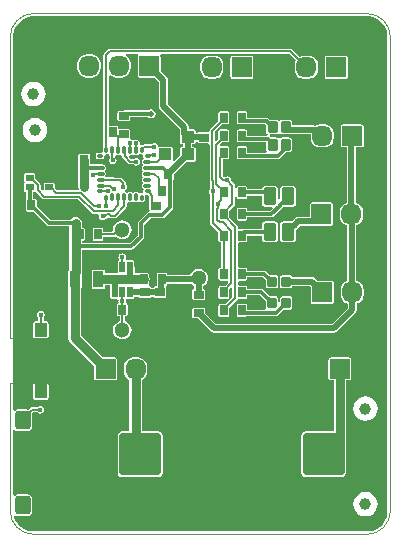
<source format=gtl>
G04*
G04 #@! TF.GenerationSoftware,Altium Limited,Altium Designer,21.6.4 (81)*
G04*
G04 Layer_Physical_Order=1*
G04 Layer_Color=255*
%FSLAX44Y44*%
%MOMM*%
G71*
G04*
G04 #@! TF.SameCoordinates,6DE2C221-B64E-46BB-9673-D02FF606FF1F*
G04*
G04*
G04 #@! TF.FilePolarity,Positive*
G04*
G01*
G75*
%ADD10C,0.1000*%
G04:AMPARAMS|DCode=11|XSize=0.5mm|YSize=0.9mm|CornerRadius=0.0625mm|HoleSize=0mm|Usage=FLASHONLY|Rotation=180.000|XOffset=0mm|YOffset=0mm|HoleType=Round|Shape=RoundedRectangle|*
%AMROUNDEDRECTD11*
21,1,0.5000,0.7750,0,0,180.0*
21,1,0.3750,0.9000,0,0,180.0*
1,1,0.1250,-0.1875,0.3875*
1,1,0.1250,0.1875,0.3875*
1,1,0.1250,0.1875,-0.3875*
1,1,0.1250,-0.1875,-0.3875*
%
%ADD11ROUNDEDRECTD11*%
G04:AMPARAMS|DCode=12|XSize=0.85mm|YSize=0.65mm|CornerRadius=0.0325mm|HoleSize=0mm|Usage=FLASHONLY|Rotation=180.000|XOffset=0mm|YOffset=0mm|HoleType=Round|Shape=RoundedRectangle|*
%AMROUNDEDRECTD12*
21,1,0.8500,0.5850,0,0,180.0*
21,1,0.7850,0.6500,0,0,180.0*
1,1,0.0650,-0.3925,0.2925*
1,1,0.0650,0.3925,0.2925*
1,1,0.0650,0.3925,-0.2925*
1,1,0.0650,-0.3925,-0.2925*
%
%ADD12ROUNDEDRECTD12*%
G04:AMPARAMS|DCode=13|XSize=0.8mm|YSize=0.75mm|CornerRadius=0.0375mm|HoleSize=0mm|Usage=FLASHONLY|Rotation=90.000|XOffset=0mm|YOffset=0mm|HoleType=Round|Shape=RoundedRectangle|*
%AMROUNDEDRECTD13*
21,1,0.8000,0.6750,0,0,90.0*
21,1,0.7250,0.7500,0,0,90.0*
1,1,0.0750,0.3375,0.3625*
1,1,0.0750,0.3375,-0.3625*
1,1,0.0750,-0.3375,-0.3625*
1,1,0.0750,-0.3375,0.3625*
%
%ADD13ROUNDEDRECTD13*%
G04:AMPARAMS|DCode=14|XSize=1mm|YSize=0.8mm|CornerRadius=0.08mm|HoleSize=0mm|Usage=FLASHONLY|Rotation=270.000|XOffset=0mm|YOffset=0mm|HoleType=Round|Shape=RoundedRectangle|*
%AMROUNDEDRECTD14*
21,1,1.0000,0.6400,0,0,270.0*
21,1,0.8400,0.8000,0,0,270.0*
1,1,0.1600,-0.3200,-0.4200*
1,1,0.1600,-0.3200,0.4200*
1,1,0.1600,0.3200,0.4200*
1,1,0.1600,0.3200,-0.4200*
%
%ADD14ROUNDEDRECTD14*%
G04:AMPARAMS|DCode=15|XSize=1.4mm|YSize=0.9mm|CornerRadius=0.0675mm|HoleSize=0mm|Usage=FLASHONLY|Rotation=90.000|XOffset=0mm|YOffset=0mm|HoleType=Round|Shape=RoundedRectangle|*
%AMROUNDEDRECTD15*
21,1,1.4000,0.7650,0,0,90.0*
21,1,1.2650,0.9000,0,0,90.0*
1,1,0.1350,0.3825,0.6325*
1,1,0.1350,0.3825,-0.6325*
1,1,0.1350,-0.3825,-0.6325*
1,1,0.1350,-0.3825,0.6325*
%
%ADD15ROUNDEDRECTD15*%
G04:AMPARAMS|DCode=16|XSize=1.4mm|YSize=1.6mm|CornerRadius=0.35mm|HoleSize=0mm|Usage=FLASHONLY|Rotation=0.000|XOffset=0mm|YOffset=0mm|HoleType=Round|Shape=RoundedRectangle|*
%AMROUNDEDRECTD16*
21,1,1.4000,0.9000,0,0,0.0*
21,1,0.7000,1.6000,0,0,0.0*
1,1,0.7000,0.3500,-0.4500*
1,1,0.7000,-0.3500,-0.4500*
1,1,0.7000,-0.3500,0.4500*
1,1,0.7000,0.3500,0.4500*
%
%ADD16ROUNDEDRECTD16*%
G04:AMPARAMS|DCode=17|XSize=0.3mm|YSize=0.5mm|CornerRadius=0.075mm|HoleSize=0mm|Usage=FLASHONLY|Rotation=270.000|XOffset=0mm|YOffset=0mm|HoleType=Round|Shape=RoundedRectangle|*
%AMROUNDEDRECTD17*
21,1,0.3000,0.3500,0,0,270.0*
21,1,0.1500,0.5000,0,0,270.0*
1,1,0.1500,-0.1750,-0.0750*
1,1,0.1500,-0.1750,0.0750*
1,1,0.1500,0.1750,0.0750*
1,1,0.1500,0.1750,-0.0750*
%
%ADD17ROUNDEDRECTD17*%
G04:AMPARAMS|DCode=18|XSize=0.3mm|YSize=0.6mm|CornerRadius=0.075mm|HoleSize=0mm|Usage=FLASHONLY|Rotation=270.000|XOffset=0mm|YOffset=0mm|HoleType=Round|Shape=RoundedRectangle|*
%AMROUNDEDRECTD18*
21,1,0.3000,0.4500,0,0,270.0*
21,1,0.1500,0.6000,0,0,270.0*
1,1,0.1500,-0.2250,-0.0750*
1,1,0.1500,-0.2250,0.0750*
1,1,0.1500,0.2250,0.0750*
1,1,0.1500,0.2250,-0.0750*
%
%ADD18ROUNDEDRECTD18*%
G04:AMPARAMS|DCode=19|XSize=0.3mm|YSize=0.5mm|CornerRadius=0.075mm|HoleSize=0mm|Usage=FLASHONLY|Rotation=180.000|XOffset=0mm|YOffset=0mm|HoleType=Round|Shape=RoundedRectangle|*
%AMROUNDEDRECTD19*
21,1,0.3000,0.3500,0,0,180.0*
21,1,0.1500,0.5000,0,0,180.0*
1,1,0.1500,-0.0750,0.1750*
1,1,0.1500,0.0750,0.1750*
1,1,0.1500,0.0750,-0.1750*
1,1,0.1500,-0.0750,-0.1750*
%
%ADD19ROUNDEDRECTD19*%
G04:AMPARAMS|DCode=20|XSize=0.3mm|YSize=0.6mm|CornerRadius=0.075mm|HoleSize=0mm|Usage=FLASHONLY|Rotation=180.000|XOffset=0mm|YOffset=0mm|HoleType=Round|Shape=RoundedRectangle|*
%AMROUNDEDRECTD20*
21,1,0.3000,0.4500,0,0,180.0*
21,1,0.1500,0.6000,0,0,180.0*
1,1,0.1500,-0.0750,0.2250*
1,1,0.1500,0.0750,0.2250*
1,1,0.1500,0.0750,-0.2250*
1,1,0.1500,-0.0750,-0.2250*
%
%ADD20ROUNDEDRECTD20*%
G04:AMPARAMS|DCode=21|XSize=0.9mm|YSize=0.8mm|CornerRadius=0.1mm|HoleSize=0mm|Usage=FLASHONLY|Rotation=270.000|XOffset=0mm|YOffset=0mm|HoleType=Round|Shape=RoundedRectangle|*
%AMROUNDEDRECTD21*
21,1,0.9000,0.6000,0,0,270.0*
21,1,0.7000,0.8000,0,0,270.0*
1,1,0.2000,-0.3000,-0.3500*
1,1,0.2000,-0.3000,0.3500*
1,1,0.2000,0.3000,0.3500*
1,1,0.2000,0.3000,-0.3500*
%
%ADD21ROUNDEDRECTD21*%
G04:AMPARAMS|DCode=22|XSize=1.5mm|YSize=1.1mm|CornerRadius=0.1375mm|HoleSize=0mm|Usage=FLASHONLY|Rotation=270.000|XOffset=0mm|YOffset=0mm|HoleType=Round|Shape=RoundedRectangle|*
%AMROUNDEDRECTD22*
21,1,1.5000,0.8250,0,0,270.0*
21,1,1.2250,1.1000,0,0,270.0*
1,1,0.2750,-0.4125,-0.6125*
1,1,0.2750,-0.4125,0.6125*
1,1,0.2750,0.4125,0.6125*
1,1,0.2750,0.4125,-0.6125*
%
%ADD22ROUNDEDRECTD22*%
G04:AMPARAMS|DCode=24|XSize=3.5mm|YSize=3.6mm|CornerRadius=0.175mm|HoleSize=0mm|Usage=FLASHONLY|Rotation=0.000|XOffset=0mm|YOffset=0mm|HoleType=Round|Shape=RoundedRectangle|*
%AMROUNDEDRECTD24*
21,1,3.5000,3.2500,0,0,0.0*
21,1,3.1500,3.6000,0,0,0.0*
1,1,0.3500,1.5750,-1.6250*
1,1,0.3500,-1.5750,-1.6250*
1,1,0.3500,-1.5750,1.6250*
1,1,0.3500,1.5750,1.6250*
%
%ADD24ROUNDEDRECTD24*%
G04:AMPARAMS|DCode=25|XSize=0.52mm|YSize=0.725mm|CornerRadius=0.065mm|HoleSize=0mm|Usage=FLASHONLY|Rotation=90.000|XOffset=0mm|YOffset=0mm|HoleType=Round|Shape=RoundedRectangle|*
%AMROUNDEDRECTD25*
21,1,0.5200,0.5950,0,0,90.0*
21,1,0.3900,0.7250,0,0,90.0*
1,1,0.1300,0.2975,0.1950*
1,1,0.1300,0.2975,-0.1950*
1,1,0.1300,-0.2975,-0.1950*
1,1,0.1300,-0.2975,0.1950*
%
%ADD25ROUNDEDRECTD25*%
G04:AMPARAMS|DCode=26|XSize=0.522mm|YSize=0.725mm|CornerRadius=0.0653mm|HoleSize=0mm|Usage=FLASHONLY|Rotation=90.000|XOffset=0mm|YOffset=0mm|HoleType=Round|Shape=RoundedRectangle|*
%AMROUNDEDRECTD26*
21,1,0.5220,0.5945,0,0,90.0*
21,1,0.3915,0.7250,0,0,90.0*
1,1,0.1305,0.2973,0.1958*
1,1,0.1305,0.2973,-0.1958*
1,1,0.1305,-0.2973,-0.1958*
1,1,0.1305,-0.2973,0.1958*
%
%ADD26ROUNDEDRECTD26*%
G04:AMPARAMS|DCode=27|XSize=1.1mm|YSize=1mm|CornerRadius=0.05mm|HoleSize=0mm|Usage=FLASHONLY|Rotation=180.000|XOffset=0mm|YOffset=0mm|HoleType=Round|Shape=RoundedRectangle|*
%AMROUNDEDRECTD27*
21,1,1.1000,0.9000,0,0,180.0*
21,1,1.0000,1.0000,0,0,180.0*
1,1,0.1000,-0.5000,0.4500*
1,1,0.1000,0.5000,0.4500*
1,1,0.1000,0.5000,-0.4500*
1,1,0.1000,-0.5000,-0.4500*
%
%ADD27ROUNDEDRECTD27*%
G04:AMPARAMS|DCode=28|XSize=1.2mm|YSize=1.05mm|CornerRadius=0.105mm|HoleSize=0mm|Usage=FLASHONLY|Rotation=90.000|XOffset=0mm|YOffset=0mm|HoleType=Round|Shape=RoundedRectangle|*
%AMROUNDEDRECTD28*
21,1,1.2000,0.8400,0,0,90.0*
21,1,0.9900,1.0500,0,0,90.0*
1,1,0.2100,0.4200,0.4950*
1,1,0.2100,0.4200,-0.4950*
1,1,0.2100,-0.4200,-0.4950*
1,1,0.2100,-0.4200,0.4950*
%
%ADD28ROUNDEDRECTD28*%
G04:AMPARAMS|DCode=29|XSize=0.85mm|YSize=0.65mm|CornerRadius=0.0325mm|HoleSize=0mm|Usage=FLASHONLY|Rotation=90.000|XOffset=0mm|YOffset=0mm|HoleType=Round|Shape=RoundedRectangle|*
%AMROUNDEDRECTD29*
21,1,0.8500,0.5850,0,0,90.0*
21,1,0.7850,0.6500,0,0,90.0*
1,1,0.0650,0.2925,0.3925*
1,1,0.0650,0.2925,-0.3925*
1,1,0.0650,-0.2925,-0.3925*
1,1,0.0650,-0.2925,0.3925*
%
%ADD29ROUNDEDRECTD29*%
G04:AMPARAMS|DCode=30|XSize=0.8mm|YSize=0.75mm|CornerRadius=0.0375mm|HoleSize=0mm|Usage=FLASHONLY|Rotation=180.000|XOffset=0mm|YOffset=0mm|HoleType=Round|Shape=RoundedRectangle|*
%AMROUNDEDRECTD30*
21,1,0.8000,0.6750,0,0,180.0*
21,1,0.7250,0.7500,0,0,180.0*
1,1,0.0750,-0.3625,0.3375*
1,1,0.0750,0.3625,0.3375*
1,1,0.0750,0.3625,-0.3375*
1,1,0.0750,-0.3625,-0.3375*
%
%ADD30ROUNDEDRECTD30*%
%ADD45C,10.2000*%
G04:AMPARAMS|DCode=54|XSize=1.7mm|YSize=1.7mm|CornerRadius=0.6375mm|HoleSize=0mm|Usage=FLASHONLY|Rotation=180.000|XOffset=0mm|YOffset=0mm|HoleType=Round|Shape=RoundedRectangle|*
%AMROUNDEDRECTD54*
21,1,1.7000,0.4250,0,0,180.0*
21,1,0.4250,1.7000,0,0,180.0*
1,1,1.2750,-0.2125,0.2125*
1,1,1.2750,0.2125,0.2125*
1,1,1.2750,0.2125,-0.2125*
1,1,1.2750,-0.2125,-0.2125*
%
%ADD54ROUNDEDRECTD54*%
%ADD56C,1.6250*%
%ADD57C,1.3000*%
%ADD58C,1.0000*%
%ADD59C,0.2000*%
%ADD60C,0.5000*%
%ADD61C,0.7500*%
%ADD62C,0.3000*%
%ADD63C,0.8000*%
G04:AMPARAMS|DCode=64|XSize=1.7mm|YSize=1.7mm|CornerRadius=0.085mm|HoleSize=0mm|Usage=FLASHONLY|Rotation=180.000|XOffset=0mm|YOffset=0mm|HoleType=Round|Shape=RoundedRectangle|*
%AMROUNDEDRECTD64*
21,1,1.7000,1.5300,0,0,180.0*
21,1,1.5300,1.7000,0,0,180.0*
1,1,0.1700,-0.7650,0.7650*
1,1,0.1700,0.7650,0.7650*
1,1,0.1700,0.7650,-0.7650*
1,1,0.1700,-0.7650,-0.7650*
%
%ADD64ROUNDEDRECTD64*%
%ADD65C,0.4000*%
%ADD66C,0.6000*%
%ADD67C,0.5000*%
G36*
X302000Y438451D02*
X303719Y438451D01*
X307090Y437780D01*
X310266Y436465D01*
X313125Y434555D01*
X315555Y432124D01*
X317465Y429266D01*
X318780Y426090D01*
X319451Y422719D01*
X319451Y421000D01*
X319451Y20000D01*
X319451Y18281D01*
X318780Y14910D01*
X317465Y11734D01*
X315555Y8875D01*
X313124Y6445D01*
X310266Y4535D01*
X307090Y3219D01*
X303719Y2549D01*
X302000D01*
X20000Y2549D01*
X18281D01*
X14910Y3219D01*
X11734Y4535D01*
X8875Y6445D01*
X6445Y8875D01*
X4535Y11734D01*
X3219Y14910D01*
X3103Y15498D01*
X4245Y16261D01*
X5161Y15649D01*
X7015Y15281D01*
X14015D01*
X15868Y15649D01*
X17439Y16699D01*
X18489Y18270D01*
X18858Y20124D01*
Y29124D01*
X18489Y30977D01*
X17439Y32548D01*
X15868Y33598D01*
X14015Y33967D01*
X7015D01*
X5161Y33598D01*
X3819Y32701D01*
X2549Y33102D01*
Y88146D01*
X3819Y88546D01*
X5161Y87649D01*
X7015Y87281D01*
X14015D01*
X15868Y87649D01*
X17439Y88699D01*
X18489Y90271D01*
X18858Y92124D01*
Y101124D01*
X18624Y102297D01*
X19657Y103330D01*
X23139D01*
X23172Y103281D01*
X24246Y102562D01*
X25515Y102310D01*
X26783Y102562D01*
X27858Y103281D01*
X28576Y104356D01*
X28828Y105624D01*
X28576Y106892D01*
X27858Y107967D01*
X26783Y108685D01*
X25515Y108938D01*
X24246Y108685D01*
X23172Y107967D01*
X23139Y107918D01*
X18707D01*
X17829Y107743D01*
X17085Y107246D01*
X15509Y105670D01*
X14015Y105967D01*
X7015D01*
X5161Y105598D01*
X3819Y104701D01*
X2549Y105102D01*
Y421000D01*
Y422719D01*
X3219Y426090D01*
X4535Y429266D01*
X6445Y432124D01*
X8875Y434555D01*
X11734Y436465D01*
X14910Y437780D01*
X18281Y438451D01*
X20000Y438451D01*
X302000Y438451D01*
D02*
G37*
%LPC*%
G36*
X68954Y406396D02*
X64704D01*
X62713Y406134D01*
X60859Y405366D01*
X59266Y404143D01*
X58044Y402551D01*
X57275Y400696D01*
X57013Y398705D01*
Y394455D01*
X57275Y392465D01*
X58044Y390610D01*
X59266Y389017D01*
X60859Y387795D01*
X62713Y387026D01*
X64704Y386764D01*
X68954D01*
X70944Y387026D01*
X72799Y387795D01*
X74392Y389017D01*
X75614Y390610D01*
X76383Y392465D01*
X76645Y394455D01*
Y398705D01*
X76383Y400696D01*
X75614Y402551D01*
X74392Y404143D01*
X72799Y405366D01*
X70944Y406134D01*
X68954Y406396D01*
D02*
G37*
G36*
X283761Y405371D02*
X268461D01*
X267641Y405208D01*
X266947Y404744D01*
X266483Y404050D01*
X266320Y403230D01*
Y387930D01*
X266483Y387111D01*
X266947Y386416D01*
X267641Y385952D01*
X268461Y385789D01*
X283761D01*
X284580Y385952D01*
X285275Y386416D01*
X285739Y387111D01*
X285902Y387930D01*
Y403230D01*
X285739Y404050D01*
X285275Y404744D01*
X284580Y405208D01*
X283761Y405371D01*
D02*
G37*
G36*
X203880D02*
X188580D01*
X187761Y405208D01*
X187066Y404744D01*
X186602Y404050D01*
X186439Y403230D01*
Y387930D01*
X186602Y387111D01*
X187066Y386416D01*
X187761Y385952D01*
X188580Y385789D01*
X203880D01*
X204700Y385952D01*
X205394Y386416D01*
X205858Y387111D01*
X206021Y387930D01*
Y403230D01*
X205858Y404050D01*
X205394Y404744D01*
X204700Y405208D01*
X203880Y405371D01*
D02*
G37*
G36*
X237291Y411294D02*
X84421D01*
X83543Y411119D01*
X82799Y410622D01*
X79709Y407532D01*
X79212Y406788D01*
X79037Y405910D01*
Y328647D01*
X78697Y328138D01*
X78542Y327358D01*
Y324300D01*
X78102Y323587D01*
X77388Y323147D01*
X74331D01*
X73551Y322992D01*
X72889Y322550D01*
X72447Y321888D01*
X72292Y321108D01*
Y319608D01*
X72447Y318827D01*
X72889Y318166D01*
X73551Y317724D01*
X74331Y317568D01*
X77831D01*
X78611Y317724D01*
X79273Y318166D01*
X79715Y318827D01*
X79870Y319608D01*
Y320665D01*
X80310Y321379D01*
X81024Y321819D01*
X82081D01*
X82861Y321974D01*
X83719Y321622D01*
X84108Y321279D01*
Y320876D01*
X84137Y320730D01*
Y318450D01*
X83723Y317831D01*
X83471Y316562D01*
X83723Y315294D01*
X84441Y314219D01*
X85517Y313501D01*
X86785Y313249D01*
X88053Y313501D01*
X89128Y314219D01*
X89846Y315294D01*
X90098Y316562D01*
X89846Y317831D01*
X89128Y318906D01*
X88964Y319015D01*
X88942Y320328D01*
X89436Y320700D01*
X89955Y320943D01*
X90581Y320818D01*
X92081D01*
X92861Y320974D01*
X93321Y321281D01*
X94134Y320974D01*
X94537Y320682D01*
Y320261D01*
X94712Y319383D01*
X95209Y318639D01*
X100012Y313835D01*
X100757Y313338D01*
X101634Y313163D01*
X104593D01*
X104625Y313114D01*
X105700Y312396D01*
X106968Y312144D01*
X108237Y312396D01*
X109312Y313114D01*
X110030Y314189D01*
X110282Y315457D01*
X110030Y316726D01*
X109312Y317801D01*
X108237Y318519D01*
X106968Y318771D01*
X105700Y318519D01*
X104625Y317801D01*
X104593Y317752D01*
X102585D01*
X100788Y319548D01*
X101314Y320818D01*
X102081D01*
X102861Y320974D01*
X103523Y321416D01*
X104139D01*
X104801Y320974D01*
X105581Y320818D01*
X107081D01*
X107861Y320974D01*
X108523Y321416D01*
X108965Y322077D01*
X109801Y321974D01*
X110581Y321819D01*
X111638D01*
X112352Y321379D01*
X112792Y320665D01*
Y319608D01*
X112863Y319249D01*
X113051Y317992D01*
X112389Y317550D01*
X111947Y316888D01*
X111792Y316108D01*
Y314608D01*
X111947Y313827D01*
X112389Y313166D01*
Y312549D01*
X111947Y311888D01*
X111792Y311108D01*
Y309608D01*
X111947Y308827D01*
X111968Y308796D01*
X112285Y307858D01*
X111968Y306920D01*
X111947Y306888D01*
X111792Y306108D01*
Y304608D01*
X111947Y303827D01*
X111968Y303796D01*
X112285Y302858D01*
X111968Y301920D01*
X111947Y301888D01*
X111792Y301108D01*
Y299608D01*
X111947Y298827D01*
X112389Y298166D01*
Y297549D01*
X111947Y296888D01*
X111792Y296108D01*
Y294608D01*
X111947Y293827D01*
X112389Y293166D01*
X113051Y292724D01*
X112863Y291466D01*
X112792Y291108D01*
Y290050D01*
X112352Y289337D01*
X111638Y288897D01*
X110581D01*
X109801Y288742D01*
X108965Y288638D01*
X108523Y289300D01*
X107861Y289742D01*
X107081Y289897D01*
X105581D01*
X104801Y289742D01*
X104769Y289720D01*
X103831Y289404D01*
X102893Y289720D01*
X102861Y289742D01*
X102081Y289897D01*
X100581D01*
X99801Y289742D01*
X99769Y289721D01*
X98831Y289404D01*
X97893Y289721D01*
X97861Y289742D01*
X97081Y289897D01*
X96963D01*
X96836Y290014D01*
X97223Y291386D01*
X97234Y291388D01*
X98309Y292107D01*
X99027Y293182D01*
X99279Y294450D01*
X99027Y295718D01*
X98309Y296793D01*
X97877Y297082D01*
Y297088D01*
X97702Y297966D01*
X97205Y298710D01*
X94527Y301388D01*
X93783Y301885D01*
X92905Y302060D01*
X88081D01*
X87724Y302298D01*
X86846Y302473D01*
X81337D01*
X80669Y303723D01*
X80694Y303796D01*
X80715Y303827D01*
X80870Y304608D01*
Y306108D01*
X80715Y306888D01*
X80694Y306920D01*
X80377Y307858D01*
X80694Y308796D01*
X80715Y308827D01*
X80870Y309608D01*
Y311108D01*
X80715Y311888D01*
X80273Y312550D01*
X79611Y312992D01*
X78831Y313147D01*
X76655D01*
X76581Y313162D01*
X67848D01*
Y317000D01*
X67782Y317332D01*
Y320625D01*
X67656Y321259D01*
X67297Y321797D01*
X66759Y322156D01*
X66125Y322282D01*
X59375D01*
X58741Y322156D01*
X58203Y321797D01*
X57844Y321259D01*
X57718Y320625D01*
Y317332D01*
X57652Y317000D01*
Y310500D01*
Y294387D01*
X57985Y292715D01*
X57291Y291445D01*
X39903D01*
X38113Y293235D01*
Y295845D01*
X37965Y296588D01*
X37545Y297217D01*
X36916Y297637D01*
X36173Y297785D01*
X30228D01*
X29486Y297637D01*
X28857Y297217D01*
X28436Y296588D01*
X28289Y295845D01*
Y291930D01*
X28369Y291525D01*
X27257Y290841D01*
X25759Y292339D01*
Y296109D01*
X25584Y296987D01*
X25087Y297731D01*
X21363Y301455D01*
Y304058D01*
X21216Y304799D01*
X20796Y305427D01*
X20167Y305847D01*
X19426Y305995D01*
X13476D01*
X12734Y305847D01*
X12106Y305427D01*
X11686Y304799D01*
X11539Y304058D01*
Y300158D01*
X11686Y299416D01*
X12106Y298788D01*
X12198Y298727D01*
X12198Y297278D01*
X12107Y297217D01*
X11686Y296588D01*
X11538Y295845D01*
Y291930D01*
X11686Y291188D01*
X12107Y290558D01*
X12736Y290138D01*
X13478Y289990D01*
X13647D01*
Y283490D01*
X13498Y283391D01*
X13139Y282853D01*
X13013Y282219D01*
Y274969D01*
X13139Y274335D01*
X13498Y273798D01*
X14036Y273438D01*
X14670Y273312D01*
X19361D01*
X31168Y261506D01*
X32077Y260898D01*
X33150Y260685D01*
X50158D01*
Y242770D01*
Y223977D01*
X49555Y223574D01*
X49130Y222937D01*
X48980Y222186D01*
Y209536D01*
X49130Y208785D01*
X49415Y208358D01*
Y190145D01*
Y166053D01*
X49823Y164004D01*
X50983Y162268D01*
X70957Y142294D01*
Y132423D01*
X71120Y131604D01*
X71584Y130909D01*
X72278Y130445D01*
X73098Y130282D01*
X88398D01*
X89217Y130445D01*
X89912Y130909D01*
X90376Y131604D01*
X90539Y132423D01*
Y147723D01*
X90376Y148543D01*
X89912Y149237D01*
X89217Y149701D01*
X88398Y149864D01*
X78527D01*
X60121Y168270D01*
Y190145D01*
Y208358D01*
X60406Y208785D01*
X60556Y209536D01*
Y216034D01*
X60621Y216361D01*
Y220829D01*
X60864Y222052D01*
Y241035D01*
X102719D01*
X103792Y241248D01*
X104701Y241856D01*
X112734Y249889D01*
X113342Y250798D01*
X113555Y251871D01*
X113555Y251871D01*
Y262293D01*
X118864Y267602D01*
X128962D01*
X130035Y267815D01*
X130945Y268423D01*
X137426Y274905D01*
X138034Y275814D01*
X138247Y276887D01*
X138247Y276888D01*
Y300323D01*
X138604Y300561D01*
X138963Y301099D01*
X139089Y301733D01*
Y305096D01*
X149430Y315437D01*
X155307D01*
X155990Y315573D01*
X156569Y315960D01*
X156956Y316539D01*
X157091Y317221D01*
Y326221D01*
X156956Y326904D01*
X156569Y327483D01*
X155990Y327870D01*
X155307Y328006D01*
X154131D01*
Y330437D01*
X155307D01*
X155990Y330573D01*
X156569Y330960D01*
X156956Y331539D01*
X157091Y332221D01*
Y332523D01*
X158541D01*
X158652Y331962D01*
X159012Y331425D01*
X159549Y331066D01*
X160183Y330939D01*
X167433D01*
X167553Y330963D01*
X168662Y330262D01*
X168823Y330043D01*
Y300159D01*
X168998Y299281D01*
X169073Y299168D01*
Y292491D01*
X168556Y291716D01*
X168304Y290448D01*
X168556Y289180D01*
X169274Y288105D01*
X169323Y288072D01*
Y284580D01*
X169297Y284448D01*
Y263198D01*
X169472Y262320D01*
X169969Y261576D01*
X176310Y255235D01*
Y249023D01*
X176432Y248409D01*
X176780Y247888D01*
X177302Y247540D01*
X177916Y247417D01*
X178547D01*
Y225906D01*
X177916D01*
X177302Y225783D01*
X176780Y225435D01*
X176432Y224914D01*
X176310Y224300D01*
Y216450D01*
X176432Y215835D01*
X176780Y215314D01*
X177302Y214966D01*
X177916Y214844D01*
X183766D01*
X184337Y214381D01*
X184416Y212851D01*
X182128Y210562D01*
X177916D01*
X177302Y210440D01*
X176780Y210092D01*
X176432Y209571D01*
X176310Y208957D01*
Y201107D01*
X176432Y200492D01*
X176780Y199971D01*
X177302Y199623D01*
X177916Y199501D01*
X183766D01*
X184381Y199623D01*
X184902Y199971D01*
X185250Y200492D01*
X185372Y201107D01*
Y207318D01*
X187006Y208952D01*
X188179Y208466D01*
Y201355D01*
X182128Y195303D01*
X177916D01*
X177302Y195181D01*
X176780Y194833D01*
X176432Y194312D01*
X176310Y193698D01*
Y185848D01*
X176432Y185233D01*
X176780Y184712D01*
X177302Y184364D01*
X177916Y184242D01*
X183766D01*
X184381Y184364D01*
X184902Y184712D01*
X185250Y185233D01*
X185372Y185848D01*
Y192059D01*
X192095Y198783D01*
X192717Y199523D01*
X193416Y199501D01*
X199266D01*
X199881Y199623D01*
X200401Y199971D01*
X200750Y200492D01*
X200872Y201107D01*
Y202228D01*
X211486D01*
X216353Y197360D01*
Y192532D01*
X216528Y191654D01*
X216718Y191370D01*
X216125Y190100D01*
X200872D01*
Y193698D01*
X200750Y194312D01*
X200401Y194833D01*
X199881Y195181D01*
X199266Y195303D01*
X193416D01*
X192801Y195181D01*
X192281Y194833D01*
X191932Y194312D01*
X191810Y193698D01*
Y185848D01*
X191932Y185233D01*
X192281Y184712D01*
X192801Y184364D01*
X193416Y184242D01*
X199266D01*
X199881Y184364D01*
X200072Y184492D01*
X224911D01*
X225984Y184705D01*
X226894Y185313D01*
X231819Y190238D01*
X236647D01*
X237525Y190412D01*
X238269Y190909D01*
X238767Y191654D01*
X238941Y192532D01*
Y199532D01*
X238767Y200410D01*
X238269Y201154D01*
X237525Y201651D01*
X236647Y201826D01*
X230647D01*
X229769Y201651D01*
X229025Y201154D01*
X228528Y200410D01*
X228353Y199532D01*
Y195740D01*
X228211Y195645D01*
X226941Y196324D01*
Y199532D01*
X226767Y200410D01*
X226269Y201154D01*
X225525Y201651D01*
X224647Y201826D01*
X219818D01*
X214630Y207014D01*
X213720Y207622D01*
X212647Y207836D01*
X200872D01*
Y208957D01*
X200750Y209571D01*
X200401Y210092D01*
X199881Y210440D01*
X199266Y210562D01*
X193416D01*
X192767Y211728D01*
Y213678D01*
X193416Y214844D01*
X199266D01*
X199881Y214966D01*
X200401Y215314D01*
X200750Y215835D01*
X200872Y216450D01*
Y217571D01*
X214143D01*
X216353Y215360D01*
Y210532D01*
X216528Y209654D01*
X217025Y208909D01*
X217769Y208412D01*
X218647Y208237D01*
X224647D01*
X225525Y208412D01*
X226269Y208909D01*
X226767Y209654D01*
X226941Y210532D01*
Y217532D01*
X226767Y218410D01*
X226269Y219154D01*
X225525Y219651D01*
X224647Y219826D01*
X219818D01*
X217287Y222357D01*
X216377Y222965D01*
X215304Y223179D01*
X200872D01*
Y224300D01*
X200750Y224914D01*
X200401Y225435D01*
X199881Y225783D01*
X199266Y225906D01*
X193416D01*
X192767Y227071D01*
Y246252D01*
X193416Y247417D01*
X199266D01*
X199881Y247540D01*
X200401Y247888D01*
X200750Y248409D01*
X200872Y249023D01*
Y252834D01*
X213346D01*
Y250073D01*
X213550Y249049D01*
X214130Y248181D01*
X214998Y247600D01*
X216022Y247397D01*
X224272D01*
X225296Y247600D01*
X226165Y248181D01*
X226745Y249049D01*
X226949Y250073D01*
Y262323D01*
X226745Y263347D01*
X226165Y264216D01*
X225296Y264796D01*
X224272Y265000D01*
X216022D01*
X214998Y264796D01*
X214130Y264216D01*
X213550Y263347D01*
X213346Y262323D01*
Y258442D01*
X199454D01*
X199266Y258479D01*
X193416D01*
X192767Y259645D01*
Y260566D01*
X192593Y261444D01*
X192095Y262188D01*
X185372Y268912D01*
Y273485D01*
X189890Y278003D01*
X190388Y278747D01*
X190562Y279625D01*
Y285470D01*
X191810Y285523D01*
X191932Y284909D01*
X192281Y284388D01*
X192801Y284039D01*
X193416Y283917D01*
X199266D01*
X199881Y284039D01*
X200401Y284388D01*
X200750Y284909D01*
X200872Y285523D01*
Y286644D01*
X213346D01*
Y280073D01*
X213550Y279049D01*
X214130Y278181D01*
X214998Y277600D01*
X216022Y277397D01*
X221805D01*
X222291Y276223D01*
X220070Y274002D01*
X200872D01*
Y275123D01*
X200750Y275738D01*
X200401Y276259D01*
X199881Y276607D01*
X199266Y276729D01*
X193416D01*
X192801Y276607D01*
X192281Y276259D01*
X191932Y275738D01*
X191810Y275123D01*
Y267273D01*
X191932Y266659D01*
X192281Y266138D01*
X192801Y265790D01*
X193416Y265667D01*
X199266D01*
X199881Y265790D01*
X200401Y266138D01*
X200750Y266659D01*
X200872Y267273D01*
Y268394D01*
X221231D01*
X222304Y268608D01*
X223214Y269216D01*
X230380Y276382D01*
X230534Y276612D01*
X231319Y277397D01*
X239272D01*
X240296Y277600D01*
X241165Y278181D01*
X241745Y279049D01*
X241949Y280073D01*
Y292323D01*
X241745Y293347D01*
X241165Y294216D01*
X240296Y294796D01*
X239272Y295000D01*
X231022D01*
X229998Y294796D01*
X229130Y294216D01*
X228550Y293347D01*
X228346Y292323D01*
Y283481D01*
X228180Y283201D01*
X226949Y283957D01*
Y292323D01*
X226745Y293347D01*
X226165Y294216D01*
X225296Y294796D01*
X224272Y295000D01*
X216022D01*
X214998Y294796D01*
X214130Y294216D01*
X213550Y293347D01*
X213346Y292323D01*
Y292252D01*
X200872D01*
Y293373D01*
X200750Y293988D01*
X200401Y294509D01*
X199881Y294857D01*
X199266Y294979D01*
X193416D01*
X192801Y294857D01*
X192281Y294509D01*
X191932Y293988D01*
X191810Y293373D01*
X190562Y293426D01*
Y295355D01*
X190388Y296233D01*
X189890Y296978D01*
X187068Y299800D01*
X187080Y299858D01*
X186828Y301126D01*
X186109Y302201D01*
X185034Y302919D01*
X183766Y303171D01*
X182498Y302919D01*
X181922Y302534D01*
X181178D01*
X179911Y303801D01*
Y317471D01*
X183766D01*
X184381Y317594D01*
X184902Y317942D01*
X185250Y318463D01*
X185372Y319077D01*
Y326927D01*
X185250Y327542D01*
X184902Y328063D01*
X184381Y328411D01*
X183766Y328533D01*
X178050D01*
X177797Y328846D01*
X177458Y329737D01*
X179554Y331834D01*
X183766D01*
X184381Y331956D01*
X184902Y332304D01*
X185250Y332825D01*
X185372Y333440D01*
Y341290D01*
X185250Y341904D01*
X184902Y342425D01*
X184381Y342773D01*
X183766Y342896D01*
X177916D01*
X177302Y342773D01*
X176780Y342425D01*
X176432Y341904D01*
X176310Y341290D01*
Y335078D01*
X174585Y333353D01*
X173411Y333839D01*
Y340953D01*
X179555Y347096D01*
X183766D01*
X184381Y347218D01*
X184902Y347566D01*
X185250Y348087D01*
X185372Y348702D01*
Y356552D01*
X185250Y357166D01*
X184902Y357687D01*
X184381Y358035D01*
X183766Y358158D01*
X177916D01*
X177302Y358035D01*
X176780Y357687D01*
X176432Y357166D01*
X176310Y356552D01*
Y350340D01*
X169495Y343525D01*
X168998Y342781D01*
X168823Y341903D01*
Y341899D01*
X168662Y341681D01*
X167553Y340979D01*
X167433Y341003D01*
X160183D01*
X159549Y340877D01*
X159012Y340518D01*
X158779Y340170D01*
X157091D01*
Y341221D01*
X156956Y341904D01*
X156569Y342483D01*
X155990Y342870D01*
X155307Y343006D01*
X151299D01*
Y344703D01*
X151008Y346167D01*
X150179Y347407D01*
X133654Y363933D01*
Y384379D01*
X133363Y385842D01*
X132534Y387083D01*
X127420Y392196D01*
Y404230D01*
X127257Y405050D01*
X126999Y405436D01*
X127384Y406484D01*
X127562Y406706D01*
X236341D01*
X241800Y401247D01*
X241157Y399696D01*
X240895Y397705D01*
Y393455D01*
X241157Y391465D01*
X241925Y389610D01*
X243148Y388017D01*
X244740Y386795D01*
X246595Y386026D01*
X248586Y385765D01*
X252836D01*
X254826Y386026D01*
X256681Y386795D01*
X258274Y388017D01*
X259496Y389610D01*
X260264Y391465D01*
X260527Y393455D01*
Y397705D01*
X260264Y399696D01*
X259496Y401551D01*
X258274Y403144D01*
X256681Y404366D01*
X254826Y405134D01*
X252836Y405396D01*
X248586D01*
X246595Y405134D01*
X245044Y404491D01*
X238913Y410622D01*
X238169Y411119D01*
X237291Y411294D01*
D02*
G37*
G36*
X172955Y405396D02*
X168705D01*
X166715Y405134D01*
X164860Y404366D01*
X163267Y403144D01*
X162045Y401551D01*
X161276Y399696D01*
X161014Y397705D01*
Y393455D01*
X161276Y391465D01*
X162045Y389610D01*
X163267Y388017D01*
X164860Y386795D01*
X166715Y386026D01*
X168705Y385765D01*
X172955D01*
X174946Y386026D01*
X176801Y386795D01*
X178393Y388017D01*
X179616Y389610D01*
X180384Y391465D01*
X180646Y393455D01*
Y397705D01*
X180384Y399696D01*
X179616Y401551D01*
X178393Y403144D01*
X176801Y404366D01*
X174946Y405134D01*
X172955Y405396D01*
D02*
G37*
G36*
X19647Y383120D02*
X16971Y382768D01*
X14477Y381735D01*
X12336Y380092D01*
X10693Y377951D01*
X9661Y375458D01*
X9308Y372782D01*
X9661Y370106D01*
X10693Y367612D01*
X12336Y365471D01*
X14477Y363828D01*
X16971Y362796D01*
X19647Y362443D01*
X22322Y362796D01*
X24816Y363828D01*
X26957Y365471D01*
X28600Y367612D01*
X29633Y370106D01*
X29985Y372782D01*
X29633Y375458D01*
X28600Y377951D01*
X26957Y380092D01*
X24816Y381735D01*
X22322Y382768D01*
X19647Y383120D01*
D02*
G37*
G36*
X199266Y358158D02*
X193416D01*
X192801Y358035D01*
X192281Y357687D01*
X191932Y357166D01*
X191810Y356552D01*
Y348702D01*
X191932Y348087D01*
X192281Y347566D01*
X192801Y347218D01*
X193416Y347096D01*
X199266D01*
X199509Y347144D01*
X215903D01*
X216665Y346382D01*
X216857Y346253D01*
Y340665D01*
X217016Y339865D01*
X217469Y339187D01*
X217942Y338871D01*
X217858Y337948D01*
X217731Y337601D01*
X200872D01*
Y341290D01*
X200750Y341904D01*
X200401Y342425D01*
X199881Y342773D01*
X199266Y342896D01*
X193416D01*
X192801Y342773D01*
X192281Y342425D01*
X191932Y341904D01*
X191810Y341290D01*
Y333440D01*
X191932Y332825D01*
X192281Y332304D01*
X192801Y331956D01*
X193416Y331834D01*
X199266D01*
X199881Y331956D01*
X199936Y331993D01*
X216857D01*
Y325665D01*
X217016Y324865D01*
X217222Y324557D01*
X216741Y323377D01*
X216659Y323287D01*
X200872D01*
Y326927D01*
X200750Y327542D01*
X200401Y328063D01*
X199881Y328411D01*
X199266Y328533D01*
X193416D01*
X192801Y328411D01*
X192281Y328063D01*
X191932Y327542D01*
X191810Y326927D01*
Y319077D01*
X191932Y318463D01*
X192281Y317942D01*
X192801Y317594D01*
X193416Y317471D01*
X199266D01*
X199881Y317594D01*
X200009Y317679D01*
X226726D01*
X227799Y317893D01*
X228709Y318501D01*
X232630Y322422D01*
X233238Y323331D01*
X233286Y323574D01*
X236347D01*
X237147Y323734D01*
X237825Y324187D01*
X238278Y324865D01*
X238438Y325665D01*
Y334065D01*
X238278Y334865D01*
X237825Y335543D01*
X237147Y335996D01*
X236347Y336155D01*
X229947D01*
X229147Y335996D01*
X228469Y335543D01*
X228370Y335393D01*
X226925D01*
X226825Y335543D01*
X226147Y335996D01*
X225347Y336155D01*
X220822D01*
X220197Y336780D01*
X220122Y338358D01*
X220282Y338574D01*
X225347D01*
X226147Y338734D01*
X226825Y339187D01*
X226925Y339336D01*
X228370D01*
X228469Y339187D01*
X229147Y338734D01*
X229947Y338574D01*
X236347D01*
X236801Y338665D01*
X254405D01*
Y335240D01*
X254667Y333249D01*
X255435Y331394D01*
X256657Y329801D01*
X258250Y328579D01*
X260105Y327811D01*
X262095Y327549D01*
X266345D01*
X268336Y327811D01*
X270191Y328579D01*
X271784Y329801D01*
X273006Y331394D01*
X273774Y333249D01*
X274036Y335240D01*
Y339490D01*
X273774Y341480D01*
X273006Y343335D01*
X271784Y344928D01*
X270191Y346150D01*
X268336Y346918D01*
X266345Y347180D01*
X262095D01*
X260105Y346918D01*
X258250Y346150D01*
X258160Y346081D01*
X257000Y346312D01*
X238438D01*
Y349065D01*
X238278Y349865D01*
X237825Y350543D01*
X237147Y350996D01*
X236347Y351155D01*
X229947D01*
X229147Y350996D01*
X228469Y350543D01*
X228370Y350393D01*
X226925D01*
X226825Y350543D01*
X226147Y350996D01*
X225347Y351155D01*
X219822D01*
X219047Y351931D01*
X218137Y352538D01*
X217064Y352752D01*
X200872D01*
Y356552D01*
X200750Y357166D01*
X200401Y357687D01*
X199881Y358035D01*
X199266Y358158D01*
D02*
G37*
G36*
X21022Y352609D02*
X18347Y352257D01*
X15853Y351224D01*
X13712Y349581D01*
X12069Y347440D01*
X11036Y344946D01*
X10684Y342271D01*
X11036Y339595D01*
X12069Y337101D01*
X13712Y334960D01*
X15853Y333317D01*
X18347Y332284D01*
X21022Y331932D01*
X23698Y332284D01*
X26192Y333317D01*
X28333Y334960D01*
X29976Y337101D01*
X31009Y339595D01*
X31361Y342271D01*
X31009Y344946D01*
X29976Y347440D01*
X28333Y349581D01*
X26192Y351224D01*
X23698Y352257D01*
X21022Y352609D01*
D02*
G37*
G36*
X271270Y280989D02*
X255970D01*
X255151Y280826D01*
X254456Y280362D01*
X253992Y279667D01*
X253829Y278848D01*
Y268855D01*
X243981D01*
X242518Y268564D01*
X241278Y267736D01*
X238564Y265022D01*
X238147D01*
X238036Y265000D01*
X231022D01*
X229998Y264796D01*
X229130Y264216D01*
X228550Y263347D01*
X228346Y262323D01*
Y250073D01*
X228550Y249049D01*
X229130Y248181D01*
X229998Y247600D01*
X231022Y247397D01*
X239272D01*
X240296Y247600D01*
X241165Y248181D01*
X241745Y249049D01*
X241949Y250073D01*
Y257892D01*
X242851Y258494D01*
X245565Y261209D01*
X261339D01*
X262337Y261407D01*
X271270D01*
X272090Y261570D01*
X272784Y262034D01*
X273248Y262729D01*
X273411Y263548D01*
Y278848D01*
X273248Y279667D01*
X272784Y280362D01*
X272090Y280826D01*
X271270Y280989D01*
D02*
G37*
G36*
X94932Y237958D02*
X93664Y237706D01*
X92589Y236988D01*
X91871Y235913D01*
X91619Y234645D01*
X91871Y233377D01*
X91894Y233342D01*
X92375Y232252D01*
X91755Y231838D01*
X91755Y231838D01*
X91622Y231638D01*
X91340Y231218D01*
X91195Y230486D01*
Y222736D01*
X91296Y222229D01*
X90857Y221395D01*
X90512Y220959D01*
X80556D01*
Y222186D01*
X80406Y222937D01*
X79981Y223574D01*
X79344Y223999D01*
X78593Y224149D01*
X70943D01*
X70192Y223999D01*
X69555Y223574D01*
X69130Y222937D01*
X68980Y222186D01*
Y209536D01*
X69130Y208785D01*
X69555Y208148D01*
X70192Y207723D01*
X70943Y207573D01*
X78593D01*
X79344Y207723D01*
X79981Y208148D01*
X80406Y208785D01*
X80556Y209536D01*
Y210763D01*
X84658D01*
Y205111D01*
X84695Y204926D01*
Y201236D01*
X84840Y200504D01*
X85255Y199884D01*
X85875Y199470D01*
X86607Y199324D01*
X90357D01*
X90781Y199409D01*
X90821Y199391D01*
X91557Y198751D01*
X91778Y198411D01*
X91628Y197653D01*
X91787Y196851D01*
X91879Y196383D01*
X91060Y195326D01*
X90881Y195205D01*
X90533Y194685D01*
X90411Y194070D01*
Y186220D01*
X90533Y185606D01*
X90881Y185084D01*
X91402Y184736D01*
X92016Y184614D01*
X92647D01*
Y180427D01*
X91033Y179758D01*
X89414Y178516D01*
X88172Y176897D01*
X87391Y175012D01*
X87125Y172988D01*
X87391Y170965D01*
X88172Y169080D01*
X89414Y167461D01*
X91033Y166219D01*
X92918Y165438D01*
X94942Y165172D01*
X96965Y165438D01*
X98850Y166219D01*
X100469Y167461D01*
X101711Y169080D01*
X102492Y170965D01*
X102758Y172988D01*
X102492Y175012D01*
X101711Y176897D01*
X100469Y178516D01*
X98850Y179758D01*
X97236Y180427D01*
Y184614D01*
X97866D01*
X98481Y184736D01*
X99002Y185084D01*
X99350Y185606D01*
X99472Y186220D01*
Y194070D01*
X99350Y194685D01*
X99002Y195205D01*
X98822Y195326D01*
X98004Y196383D01*
X98096Y196851D01*
X98255Y197653D01*
X98094Y198464D01*
X98433Y198900D01*
X99029Y199393D01*
X99099Y199425D01*
X99607Y199324D01*
X103357D01*
X104088Y199470D01*
X104708Y199884D01*
X105123Y200504D01*
X105268Y201236D01*
Y201287D01*
X109150D01*
X109217Y200950D01*
X109576Y200413D01*
X110114Y200053D01*
X110748Y199927D01*
X117998D01*
X118632Y200053D01*
X119169Y200413D01*
X119529Y200950D01*
X119596Y201287D01*
X121701D01*
X121768Y200950D01*
X122127Y200413D01*
X122665Y200053D01*
X123299Y199927D01*
X130549D01*
X131183Y200053D01*
X131721Y200413D01*
X132080Y200950D01*
X132206Y201584D01*
Y208334D01*
X132080Y208968D01*
X131968Y209135D01*
X132051Y210106D01*
X132335Y210623D01*
X132601Y210800D01*
X132950Y211321D01*
X133072Y211936D01*
Y212038D01*
X153781D01*
X154246Y211432D01*
X155865Y210189D01*
X155950Y210154D01*
Y207510D01*
X155848D01*
X155234Y207388D01*
X154713Y207040D01*
X154365Y206519D01*
X154243Y205904D01*
Y200054D01*
X154365Y199440D01*
X154713Y198919D01*
X155234Y198570D01*
X155848Y198448D01*
X163699D01*
X164313Y198570D01*
X164834Y198919D01*
X165182Y199440D01*
X165304Y200054D01*
Y205904D01*
X165182Y206519D01*
X164834Y207040D01*
X164313Y207388D01*
X163699Y207510D01*
X163597D01*
Y210154D01*
X163682Y210189D01*
X165301Y211432D01*
X166543Y213051D01*
X167324Y214936D01*
X167590Y216959D01*
X167324Y218982D01*
X166543Y220868D01*
X165301Y222486D01*
X163682Y223729D01*
X161797Y224510D01*
X159773Y224776D01*
X157750Y224510D01*
X155865Y223729D01*
X154246Y222486D01*
X153004Y220868D01*
X152514Y219684D01*
X133072D01*
Y219786D01*
X132950Y220401D01*
X132601Y220921D01*
X132080Y221270D01*
X131466Y221392D01*
X125616D01*
X125001Y221270D01*
X124480Y220921D01*
X124132Y220401D01*
X124010Y219786D01*
Y215325D01*
X123968Y215111D01*
Y209991D01*
X123299D01*
X122665Y209865D01*
X122127Y209506D01*
X121768Y208968D01*
X121762Y208934D01*
X119535D01*
X119529Y208968D01*
X119169Y209506D01*
X118632Y209865D01*
X117998Y209991D01*
X117409Y211261D01*
X117450Y211321D01*
X117572Y211936D01*
Y213642D01*
X117751Y213910D01*
X118139Y215861D01*
X117751Y217812D01*
X117572Y218080D01*
Y219786D01*
X117450Y220401D01*
X117101Y220921D01*
X116580Y221270D01*
X115966Y221392D01*
X110116D01*
X109501Y221270D01*
X109037Y220959D01*
X105305D01*
Y226611D01*
X105268Y226796D01*
Y230486D01*
X105123Y231218D01*
X104708Y231838D01*
X104088Y232252D01*
X103357Y232398D01*
X99607D01*
X98875Y232252D01*
X98685Y232125D01*
X97844Y232966D01*
X97969Y233312D01*
X97994Y233377D01*
X97994Y233377D01*
X98246Y234645D01*
X97994Y235913D01*
X97276Y236988D01*
X96201Y237706D01*
X94932Y237958D01*
D02*
G37*
G36*
X236647Y219826D02*
X230647D01*
X229769Y219651D01*
X229025Y219154D01*
X228528Y218410D01*
X228353Y217532D01*
Y210532D01*
X228528Y209654D01*
X229025Y208909D01*
X229769Y208412D01*
X230647Y208237D01*
X236647D01*
X237525Y208412D01*
X238269Y208909D01*
X238767Y209654D01*
X238877Y210208D01*
X253636D01*
X254429Y209415D01*
Y197382D01*
X254592Y196562D01*
X255056Y195868D01*
X255751Y195403D01*
X256570Y195240D01*
X271870D01*
X272690Y195403D01*
X273384Y195868D01*
X273848Y196562D01*
X274011Y197382D01*
Y212682D01*
X273848Y213501D01*
X273384Y214196D01*
X272690Y214660D01*
X271870Y214823D01*
X259836D01*
X257924Y216735D01*
X256684Y217564D01*
X255220Y217855D01*
X238877D01*
X238767Y218410D01*
X238269Y219154D01*
X237525Y219651D01*
X236647Y219826D01*
D02*
G37*
G36*
X297270Y347156D02*
X281970D01*
X281151Y346993D01*
X280456Y346529D01*
X279992Y345834D01*
X279829Y345015D01*
Y329715D01*
X279992Y328895D01*
X280456Y328201D01*
X281151Y327737D01*
X281970Y327574D01*
X285197D01*
Y280790D01*
X284905Y280752D01*
X283050Y279984D01*
X281457Y278761D01*
X280235Y277169D01*
X279466Y275314D01*
X279205Y273323D01*
Y269073D01*
X279466Y267083D01*
X280235Y265228D01*
X281457Y263635D01*
X283050Y262413D01*
X284905Y261644D01*
X285497Y261567D01*
Y214582D01*
X283650Y213817D01*
X282057Y212595D01*
X280835Y211002D01*
X280067Y209147D01*
X279804Y207157D01*
Y202907D01*
X280067Y200916D01*
X280835Y199061D01*
X282057Y197468D01*
X283650Y196246D01*
X285505Y195478D01*
X285797Y195439D01*
Y191693D01*
X272559Y178455D01*
X174205D01*
X165304Y187355D01*
Y190404D01*
X165182Y191019D01*
X164834Y191540D01*
X164313Y191888D01*
X163699Y192010D01*
X155848D01*
X155234Y191888D01*
X154713Y191540D01*
X154365Y191019D01*
X154243Y190404D01*
Y184554D01*
X154365Y183940D01*
X154713Y183419D01*
X155234Y183071D01*
X155848Y182948D01*
X158897D01*
X169917Y171928D01*
X171158Y171099D01*
X172621Y170808D01*
X274143D01*
X275606Y171099D01*
X276846Y171928D01*
X292324Y187405D01*
X292324Y187405D01*
X293153Y188646D01*
X293444Y190109D01*
Y195439D01*
X293736Y195478D01*
X295591Y196246D01*
X297183Y197468D01*
X298406Y199061D01*
X299174Y200916D01*
X299436Y202907D01*
Y207157D01*
X299174Y209147D01*
X298406Y211002D01*
X297183Y212595D01*
X295591Y213817D01*
X293736Y214585D01*
X293144Y214663D01*
Y261648D01*
X294991Y262413D01*
X296583Y263635D01*
X297806Y265228D01*
X298574Y267083D01*
X298836Y269073D01*
Y273323D01*
X298574Y275314D01*
X297806Y277169D01*
X296583Y278761D01*
X294991Y279984D01*
X293136Y280752D01*
X292844Y280790D01*
Y327574D01*
X297270D01*
X298090Y327737D01*
X298784Y328201D01*
X299248Y328895D01*
X299411Y329715D01*
Y345015D01*
X299248Y345834D01*
X298784Y346529D01*
X298090Y346993D01*
X297270Y347156D01*
D02*
G37*
G36*
X26000Y189314D02*
X24732Y189061D01*
X23657Y188343D01*
X22939Y187268D01*
X22686Y186000D01*
X22939Y184732D01*
X23657Y183657D01*
X23782Y183573D01*
Y180564D01*
X21876D01*
X20979Y180386D01*
X20218Y179877D01*
X19710Y179117D01*
X19531Y178219D01*
Y168319D01*
X19710Y167422D01*
X20218Y166661D01*
X20979Y166153D01*
X21876Y165974D01*
X30276D01*
X31174Y166153D01*
X31934Y166661D01*
X32443Y167422D01*
X32621Y168319D01*
Y178219D01*
X32443Y179117D01*
X31934Y179877D01*
X31174Y180386D01*
X30276Y180564D01*
X28370D01*
Y183697D01*
X29061Y184732D01*
X29314Y186000D01*
X29061Y187268D01*
X28343Y188343D01*
X27268Y189061D01*
X26000Y189314D01*
D02*
G37*
G36*
X30276Y128565D02*
X21876D01*
X20979Y128387D01*
X20218Y127878D01*
X19710Y127118D01*
X19531Y126220D01*
Y116320D01*
X19710Y115423D01*
X20218Y114662D01*
X20979Y114154D01*
X21876Y113975D01*
X30276D01*
X31174Y114154D01*
X31934Y114662D01*
X32443Y115423D01*
X32621Y116320D01*
Y126220D01*
X32443Y127118D01*
X31934Y127878D01*
X31174Y128387D01*
X30276Y128565D01*
D02*
G37*
G36*
X300865Y116815D02*
X298189Y116463D01*
X295696Y115430D01*
X293555Y113787D01*
X291912Y111646D01*
X290879Y109153D01*
X290527Y106477D01*
X290879Y103801D01*
X291912Y101308D01*
X293555Y99166D01*
X295696Y97523D01*
X298189Y96491D01*
X300865Y96138D01*
X303541Y96491D01*
X306034Y97523D01*
X308175Y99166D01*
X309818Y101308D01*
X310851Y103801D01*
X311203Y106477D01*
X310851Y109153D01*
X309818Y111646D01*
X308175Y113787D01*
X306034Y115430D01*
X303541Y116463D01*
X300865Y116815D01*
D02*
G37*
G36*
X286870Y149864D02*
X271570D01*
X270751Y149701D01*
X270056Y149237D01*
X269592Y148543D01*
X269429Y147723D01*
Y132423D01*
X269592Y131604D01*
X270056Y130909D01*
X270751Y130445D01*
X271570Y130282D01*
X273867D01*
Y87117D01*
X249567D01*
X248396Y86884D01*
X247404Y86221D01*
X246741Y85229D01*
X246508Y84058D01*
Y51558D01*
X246741Y50388D01*
X247404Y49395D01*
X248396Y48732D01*
X249567Y48499D01*
X281067D01*
X282237Y48732D01*
X283230Y49395D01*
X283892Y50388D01*
X284125Y51558D01*
Y80103D01*
X284166Y80163D01*
X284573Y82212D01*
Y130282D01*
X286870D01*
X287690Y130445D01*
X288384Y130909D01*
X288848Y131604D01*
X289011Y132423D01*
Y147723D01*
X288848Y148543D01*
X288384Y149237D01*
X287690Y149701D01*
X286870Y149864D01*
D02*
G37*
G36*
X108273Y149889D02*
X104023D01*
X102032Y149627D01*
X100177Y148859D01*
X98584Y147636D01*
X97362Y146044D01*
X96594Y144189D01*
X96332Y142198D01*
Y137948D01*
X96594Y135958D01*
X97362Y134103D01*
X98584Y132510D01*
X100177Y131288D01*
X100795Y131032D01*
Y87117D01*
X94567D01*
X93396Y86884D01*
X92404Y86221D01*
X91741Y85229D01*
X91508Y84058D01*
Y51558D01*
X91741Y50388D01*
X92404Y49395D01*
X93396Y48732D01*
X94567Y48499D01*
X126067D01*
X127237Y48732D01*
X128230Y49395D01*
X128893Y50388D01*
X129125Y51558D01*
Y84058D01*
X128893Y85229D01*
X128230Y86221D01*
X127237Y86884D01*
X126067Y87117D01*
X111501D01*
Y131032D01*
X112118Y131288D01*
X113711Y132510D01*
X114933Y134103D01*
X115702Y135958D01*
X115963Y137948D01*
Y142198D01*
X115702Y144189D01*
X114933Y146044D01*
X113711Y147636D01*
X112118Y148859D01*
X110263Y149627D01*
X108273Y149889D01*
D02*
G37*
G36*
X300865Y35911D02*
X298189Y35559D01*
X295696Y34526D01*
X293555Y32883D01*
X291912Y30742D01*
X290879Y28249D01*
X290527Y25573D01*
X290879Y22897D01*
X291912Y20403D01*
X293555Y18262D01*
X295696Y16619D01*
X298189Y15587D01*
X300865Y15234D01*
X303541Y15587D01*
X306034Y16619D01*
X308175Y18262D01*
X309818Y20403D01*
X310851Y22897D01*
X311203Y25573D01*
X310851Y28249D01*
X309818Y30742D01*
X308175Y32883D01*
X306034Y34526D01*
X303541Y35559D01*
X300865Y35911D01*
D02*
G37*
%LPD*%
G36*
X107874Y406484D02*
X108259Y405436D01*
X108001Y405050D01*
X107838Y404230D01*
Y388930D01*
X108001Y388111D01*
X108465Y387416D01*
X109160Y386952D01*
X109979Y386789D01*
X122013D01*
X126007Y382795D01*
Y362349D01*
X126298Y360886D01*
X127127Y359645D01*
X143652Y343120D01*
Y341871D01*
X143523Y341221D01*
Y332221D01*
X143659Y331539D01*
X144045Y330960D01*
X144624Y330573D01*
X145307Y330437D01*
X146484D01*
Y328006D01*
X145307D01*
X144624Y327870D01*
X144045Y327483D01*
X143659Y326904D01*
X143523Y326221D01*
Y320344D01*
X139012Y315833D01*
X138018Y316497D01*
X137964Y316582D01*
X138091Y317221D01*
Y326221D01*
X137956Y326904D01*
X137569Y327483D01*
X136990Y327870D01*
X136307Y328006D01*
X126307D01*
X125606Y327915D01*
X125178Y328977D01*
X125142Y329156D01*
X124424Y330231D01*
X123349Y330949D01*
X122081Y331202D01*
X120813Y330949D01*
X119738Y330231D01*
X119705Y330182D01*
X113611D01*
X112733Y330007D01*
X111989Y329510D01*
X111881Y329402D01*
X111831D01*
X111806Y329397D01*
X110763D01*
X110267Y329845D01*
X109785Y330533D01*
X109899Y331108D01*
X109647Y332376D01*
X108929Y333451D01*
X107854Y334169D01*
X106586Y334421D01*
X105318Y334169D01*
X104906Y333894D01*
X103958Y333553D01*
X103011Y333894D01*
X102599Y334169D01*
X102502Y334272D01*
X101845Y335614D01*
X101862Y335697D01*
Y341547D01*
X101740Y342161D01*
X101391Y342682D01*
X100871Y343031D01*
X100256Y343153D01*
X92406D01*
X91440Y344207D01*
Y344531D01*
X91318Y345145D01*
X90970Y345666D01*
X90449Y346015D01*
X89834Y346137D01*
X83984D01*
X83625Y346432D01*
Y388473D01*
X84895Y388841D01*
X86259Y387795D01*
X88113Y387026D01*
X90104Y386764D01*
X94354D01*
X96344Y387026D01*
X98199Y387795D01*
X99792Y389017D01*
X101014Y390610D01*
X101783Y392465D01*
X102045Y394455D01*
Y398705D01*
X101783Y400696D01*
X101014Y402551D01*
X99792Y404143D01*
X98199Y405366D01*
X98030Y405436D01*
X98282Y406706D01*
X107696D01*
X107874Y406484D01*
D02*
G37*
G36*
X21805Y289822D02*
X21843Y289767D01*
X27331Y284278D01*
X28075Y283781D01*
X28953Y283606D01*
X57525D01*
X69127Y272004D01*
X69872Y271507D01*
X70749Y271332D01*
X74753D01*
X75478Y270062D01*
X75294Y269140D01*
X75547Y267872D01*
X76265Y266797D01*
X77340Y266078D01*
X78608Y265826D01*
X79876Y266078D01*
X80951Y266797D01*
X81367Y267419D01*
X82087Y267900D01*
X82129Y267942D01*
X83418Y268260D01*
X84162Y267762D01*
X85040Y267588D01*
X88609D01*
X89486Y267762D01*
X90231Y268260D01*
X97953Y275982D01*
X98450Y276726D01*
X98625Y277604D01*
Y280732D01*
X99756Y281446D01*
X99895Y281455D01*
X100581Y281318D01*
X102081D01*
X102861Y281474D01*
X102893Y281495D01*
X103831Y281812D01*
X104769Y281495D01*
X104801Y281474D01*
X105581Y281318D01*
X107081D01*
X107861Y281474D01*
X107893Y281495D01*
X108831Y281812D01*
X109769Y281495D01*
X109801Y281474D01*
X110581Y281318D01*
X112081D01*
X112861Y281474D01*
X113523Y281916D01*
X113965Y282577D01*
X114120Y283358D01*
Y286415D01*
X114560Y287129D01*
X115274Y287568D01*
X116236D01*
X116459Y287236D01*
X117993Y285701D01*
Y281439D01*
X117922Y281081D01*
Y275231D01*
X118044Y274616D01*
X118135Y274480D01*
X117800Y273495D01*
X117688Y273300D01*
X117588Y273187D01*
X116629Y272996D01*
X115720Y272389D01*
X108769Y265438D01*
X108161Y264528D01*
X107948Y263455D01*
Y253033D01*
X101557Y246642D01*
X60864D01*
Y248462D01*
X61705D01*
X62319Y248584D01*
X62840Y248932D01*
X63188Y249453D01*
X63310Y250068D01*
Y257918D01*
X63188Y258532D01*
X62840Y259053D01*
X62319Y259401D01*
X61705Y259524D01*
X60864D01*
Y263489D01*
X60457Y265537D01*
X59296Y267274D01*
X57560Y268434D01*
X55511Y268842D01*
X53463Y268434D01*
X51726Y267274D01*
X51071Y266293D01*
X34312D01*
X23077Y277528D01*
Y282219D01*
X22950Y282853D01*
X22591Y283391D01*
X22054Y283750D01*
X21420Y283876D01*
X19255D01*
Y289990D01*
X19423D01*
X20166Y290138D01*
X20178Y290146D01*
X21006Y290405D01*
X21805Y289822D01*
D02*
G37*
%LPC*%
G36*
X119379Y359824D02*
X117915Y359533D01*
X117007Y358926D01*
X96331D01*
X95258Y358712D01*
X95169Y358653D01*
X92406D01*
X91791Y358531D01*
X91271Y358182D01*
X90922Y357662D01*
X90800Y357047D01*
Y351197D01*
X90922Y350582D01*
X91271Y350061D01*
X91791Y349713D01*
X92406Y349591D01*
X100256D01*
X100871Y349713D01*
X101391Y350061D01*
X101740Y350582D01*
X101862Y351197D01*
Y353318D01*
X116661D01*
X116675Y353297D01*
X117915Y352468D01*
X119379Y352177D01*
X120842Y352468D01*
X122082Y353297D01*
X122911Y354537D01*
X123202Y356000D01*
X122911Y357463D01*
X122082Y358704D01*
X120842Y359533D01*
X119379Y359824D01*
D02*
G37*
G36*
X94942Y265810D02*
X92918Y265543D01*
X91033Y264762D01*
X89414Y263520D01*
X88172Y261901D01*
X87391Y260016D01*
X87125Y257993D01*
X87182Y257557D01*
X86068Y256287D01*
X78810D01*
Y257918D01*
X78688Y258532D01*
X78340Y259053D01*
X77819Y259401D01*
X77204Y259524D01*
X71354D01*
X70740Y259401D01*
X70219Y259053D01*
X69871Y258532D01*
X69749Y257918D01*
Y250068D01*
X69871Y249453D01*
X70219Y248932D01*
X70740Y248584D01*
X71354Y248462D01*
X77204D01*
X77819Y248584D01*
X78340Y248932D01*
X78688Y249453D01*
X78810Y250068D01*
Y251699D01*
X88270D01*
X89148Y251873D01*
X89703Y252244D01*
X91033Y251223D01*
X92918Y250442D01*
X94942Y250176D01*
X96965Y250442D01*
X98850Y251223D01*
X100469Y252465D01*
X101711Y254084D01*
X102492Y255970D01*
X102758Y257993D01*
X102492Y260016D01*
X101711Y261901D01*
X100469Y263520D01*
X98850Y264762D01*
X96965Y265543D01*
X94942Y265810D01*
D02*
G37*
%LPD*%
D10*
X33576Y128270D02*
G03*
X33576Y136270I0J4000D01*
G01*
Y158270D02*
G03*
X33576Y166270I0J4000D01*
G01*
X0Y20000D02*
G03*
X20000Y-0I20000J0D01*
G01*
X302000D02*
G03*
X322000Y20000I0J20000D01*
G01*
X322000Y421000D02*
G03*
X302000Y441000I-20000J0D01*
G01*
X20000D02*
G03*
X0Y421000I0J-20000D01*
G01*
X0Y20000D02*
Y128270D01*
X0Y166270D02*
Y421000D01*
X0Y128270D02*
X33576D01*
Y136270D02*
Y158270D01*
X0Y166270D02*
X33576D01*
X20000Y441000D02*
X302000Y441000D01*
X322000Y421000D02*
X322000Y20000D01*
X20000Y-0D02*
X302000D01*
D11*
X88482Y205111D02*
D03*
X94982D02*
D03*
X101482D02*
D03*
Y226611D02*
D03*
X94982D02*
D03*
X88482D02*
D03*
D12*
X123453Y278156D02*
D03*
Y262656D02*
D03*
X159773Y187479D02*
D03*
Y202979D02*
D03*
X96331Y338622D02*
D03*
Y354122D02*
D03*
D13*
X62750Y304000D02*
D03*
X49250D02*
D03*
X128557Y290358D02*
D03*
X142057D02*
D03*
X134057Y305358D02*
D03*
X147557D02*
D03*
X18045Y278594D02*
D03*
X31545D02*
D03*
X49250Y317000D02*
D03*
X62750D02*
D03*
X68268Y190145D02*
D03*
X54768D02*
D03*
D14*
X233147Y344865D02*
D03*
X222147Y329865D02*
D03*
Y344865D02*
D03*
X233147Y329865D02*
D03*
D15*
X54768Y215861D02*
D03*
X74768D02*
D03*
D16*
X10515Y96624D02*
D03*
X40515D02*
D03*
Y24624D02*
D03*
X10515D02*
D03*
D17*
X116581Y290358D02*
D03*
Y320358D02*
D03*
X76081D02*
D03*
Y290358D02*
D03*
D18*
X116081Y295358D02*
D03*
Y300358D02*
D03*
Y305358D02*
D03*
Y310358D02*
D03*
Y315358D02*
D03*
X76581D02*
D03*
Y310358D02*
D03*
Y305358D02*
D03*
Y300358D02*
D03*
Y295358D02*
D03*
D19*
X81331Y285108D02*
D03*
X111331D02*
D03*
X81331Y325608D02*
D03*
X111331D02*
D03*
D20*
X86331Y285608D02*
D03*
X91331D02*
D03*
X96331D02*
D03*
X101331D02*
D03*
X106331D02*
D03*
X96331Y325108D02*
D03*
X91331D02*
D03*
X86331D02*
D03*
X106331D02*
D03*
X101331D02*
D03*
D21*
X221647Y196032D02*
D03*
Y214032D02*
D03*
X233647Y196032D02*
D03*
Y214032D02*
D03*
D22*
X235147Y286198D02*
D03*
X235147Y256198D02*
D03*
X220147Y286198D02*
D03*
X220147Y256198D02*
D03*
D24*
X265317Y67808D02*
D03*
X110317D02*
D03*
D25*
X33201Y302108D02*
D03*
X16451D02*
D03*
D26*
Y293888D02*
D03*
X33201D02*
D03*
D27*
X150307Y321721D02*
D03*
X131307Y336721D02*
D03*
X150307D02*
D03*
X131307Y321721D02*
D03*
D28*
X11576Y121270D02*
D03*
Y173269D02*
D03*
X26076D02*
D03*
Y121270D02*
D03*
D29*
X128541Y215861D02*
D03*
X113041D02*
D03*
X71409Y340606D02*
D03*
X86909D02*
D03*
X79441Y190145D02*
D03*
X94942D02*
D03*
X74279Y253993D02*
D03*
X58780D02*
D03*
X196341Y271198D02*
D03*
X180841D02*
D03*
X196341Y289448D02*
D03*
X180841D02*
D03*
X196341Y252948D02*
D03*
X180841D02*
D03*
X196341Y189773D02*
D03*
X180841D02*
D03*
X196341Y205032D02*
D03*
X180841D02*
D03*
X196341Y220375D02*
D03*
X180841D02*
D03*
X196341Y323002D02*
D03*
X180841D02*
D03*
X196341Y337365D02*
D03*
X180841D02*
D03*
X196341Y352627D02*
D03*
X180841D02*
D03*
D30*
X163808Y322471D02*
D03*
Y335971D02*
D03*
X126924Y191459D02*
D03*
Y204959D02*
D03*
X114373Y191459D02*
D03*
Y204959D02*
D03*
D45*
X187817Y67808D02*
D03*
D54*
X264220Y337365D02*
D03*
X41229Y396580D02*
D03*
X92229D02*
D03*
X66829D02*
D03*
X289020Y271198D02*
D03*
X145430Y395580D02*
D03*
X170830D02*
D03*
X289620Y205032D02*
D03*
X253820Y140073D02*
D03*
X106148D02*
D03*
X250711Y395580D02*
D03*
X225311D02*
D03*
D56*
X24826Y314628D02*
D03*
D57*
X94942Y172988D02*
D03*
X85598Y17284D02*
D03*
X94942Y257993D02*
D03*
X159773Y216959D02*
D03*
D58*
X300865Y25573D02*
D03*
Y106477D02*
D03*
X19647Y372782D02*
D03*
X21022Y342271D02*
D03*
D59*
X92905Y299766D02*
X95583Y297088D01*
Y294833D02*
Y297088D01*
Y294833D02*
X95966Y294450D01*
X87259Y299766D02*
X92905D01*
X80465Y269522D02*
X81753Y270810D01*
X78991Y269522D02*
X80465D01*
X78608Y269140D02*
X78991Y269522D01*
X94955Y226574D02*
Y234622D01*
X94932Y234645D02*
X94955Y234622D01*
X84381Y295358D02*
X86100Y293638D01*
X86287D02*
X87287Y292638D01*
X82666Y290592D02*
X82901Y290827D01*
X76581Y295358D02*
X84381D01*
X87287Y292638D02*
X87828D01*
X86100Y293638D02*
X86287D01*
X76316Y290592D02*
X82666D01*
X86431Y316916D02*
Y320847D01*
X86402Y320876D02*
Y325037D01*
Y320876D02*
X86431Y320847D01*
X86331Y325108D02*
X86402Y325037D01*
X86431Y316916D02*
X86785Y316562D01*
X120287Y277760D02*
Y286652D01*
X118081Y288858D02*
Y289858D01*
Y288858D02*
X120287Y286652D01*
X116581Y290358D02*
X117581D01*
X118081Y289858D01*
X88270Y253993D02*
X92270Y257993D01*
X74279Y253993D02*
X88270D01*
X92270Y257993D02*
X94942D01*
X81331Y278347D02*
Y285108D01*
X85040Y269882D02*
X88609D01*
X96331Y277604D02*
Y285608D01*
X88609Y269882D02*
X96331Y277604D01*
X84112Y270810D02*
X85040Y269882D01*
X86995Y274097D02*
X91331Y278434D01*
Y285608D01*
X80824Y274097D02*
X86995D01*
X81753Y270810D02*
X84112D01*
X80790Y274132D02*
X80824Y274097D01*
X77269Y274132D02*
X80790D01*
X71096Y277876D02*
X75259D01*
X59821Y289151D02*
X71096Y277876D01*
X38953Y289151D02*
X59821D01*
X34216Y293888D02*
X38953Y289151D01*
X28953Y285901D02*
X58475D01*
X70749Y273626D01*
X94942Y172988D02*
Y190145D01*
X106331Y325108D02*
Y330853D01*
X106586Y331108D01*
X101331Y325108D02*
Y331108D01*
X125913Y290888D02*
Y301526D01*
X122081Y305358D02*
X125913Y301526D01*
X116081Y305358D02*
X122081D01*
X70749Y273626D02*
X76764D01*
X77269Y274132D01*
X95331Y340622D02*
X96331D01*
X93081Y338372D02*
X95331Y340622D01*
X93081Y337934D02*
Y338372D01*
X91331Y336184D02*
X93081Y337934D01*
X86909Y339606D02*
X89159Y337356D01*
X91331Y325108D02*
Y336184D01*
X90159Y337356D02*
X91331Y336184D01*
X89159Y337356D02*
X90159D01*
X86909Y339606D02*
Y340606D01*
X81331Y325608D02*
Y405910D01*
X84421Y409000D01*
X237291D01*
X187209Y212400D02*
Y242034D01*
X187223Y242048D02*
Y257186D01*
X187209Y242034D02*
X187223Y242048D01*
X177494Y264045D02*
X180364D01*
X187223Y257186D01*
X175341Y266198D02*
X177494Y264045D01*
X180841Y206032D02*
X187209Y212400D01*
X190473Y200405D02*
Y260566D01*
X180841Y270198D02*
X190473Y260566D01*
X180841Y190773D02*
X190473Y200405D01*
X71331Y305358D02*
X76581D01*
X70581Y304608D02*
X71331Y305358D01*
X26000Y186000D02*
X26076Y185924D01*
Y173269D02*
Y185924D01*
X76760Y300179D02*
X86846D01*
X87259Y299766D01*
X76081Y290358D02*
X76316Y290592D01*
X76581Y300358D02*
X76760Y300179D01*
X18707Y105624D02*
X25515D01*
X10515Y96624D02*
Y97431D01*
X18707Y105624D01*
X33201Y293888D02*
X34216D01*
X23465Y291389D02*
X28953Y285901D01*
X112831Y327108D02*
X113611Y327888D01*
X122081D01*
X117081Y320858D02*
X121402D01*
X116581Y320358D02*
X117081Y320858D01*
X116081Y315358D02*
X124444D01*
X130807Y321721D01*
X96831Y323108D02*
Y324608D01*
Y320261D02*
Y323108D01*
X96331Y323608D02*
X96831Y323108D01*
X101634Y315457D02*
X106968D01*
X96831Y320261D02*
X101634Y315457D01*
X96331Y325108D02*
X96831Y324608D01*
X96331Y323608D02*
Y325108D01*
X106586Y315840D02*
X106968Y315457D01*
X171117Y341903D02*
X180841Y351627D01*
X171591Y263198D02*
Y284448D01*
X171617Y284474D02*
Y290448D01*
X171117Y300159D02*
X171367Y299908D01*
X174367Y301505D02*
X174617Y301255D01*
X174367Y329891D02*
X180841Y336365D01*
X177617Y302851D02*
X180228Y300240D01*
X171117Y300159D02*
Y341903D01*
X183383Y300240D02*
X188268Y295355D01*
Y279625D02*
Y295355D01*
X174367Y301505D02*
Y329891D01*
X171367Y290698D02*
Y299908D01*
X180228Y300240D02*
X183383D01*
X174617Y296672D02*
Y301255D01*
X171367Y290698D02*
X171617Y290448D01*
X171591Y284448D02*
X171617Y284474D01*
X177617Y302851D02*
Y318779D01*
X175341Y276190D02*
X175708Y276557D01*
Y279243D01*
X176091Y279625D01*
Y280166D01*
X178591Y282666D01*
Y288198D01*
X175341Y266198D02*
Y276190D01*
X178591Y288198D02*
X180841Y290448D01*
X171591Y263198D02*
X180841Y253948D01*
X17466Y302108D02*
X23465Y296109D01*
X16451Y302108D02*
X17466D01*
X23465Y291389D02*
Y296109D01*
X237291Y409000D02*
X250711Y395580D01*
X111831Y327108D02*
X112831D01*
X111331Y326608D02*
X111831Y327108D01*
X111331Y325608D02*
Y326608D01*
X174617Y296672D02*
X180841Y290448D01*
Y322002D02*
Y323002D01*
X177617Y318779D02*
X180841Y322002D01*
X130807Y321721D02*
X131307D01*
X180841Y272198D02*
X188268Y279625D01*
X180841Y271198D02*
Y272198D01*
Y336365D02*
Y337365D01*
Y189773D02*
Y190773D01*
Y270198D02*
Y271198D01*
Y205032D02*
Y206032D01*
Y252948D02*
Y253948D01*
Y220375D02*
Y252948D01*
Y351627D02*
Y352627D01*
X94942Y197653D02*
Y205161D01*
Y190145D02*
Y197653D01*
D60*
X158675Y215861D02*
X159773Y216959D01*
X128541Y215861D02*
X158675D01*
X101482Y205111D02*
X126772D01*
X127791Y205826D02*
Y215111D01*
X126924Y204959D02*
X127791Y205826D01*
Y215111D02*
X128541Y215861D01*
X126772Y205111D02*
X126924Y204959D01*
X101482Y217361D02*
Y226611D01*
X99982Y215861D02*
X101482Y217361D01*
X88482Y205111D02*
Y212361D01*
X84982Y215861D02*
X88482Y212361D01*
X274143Y174632D02*
X289620Y190109D01*
Y205032D01*
X172621Y174632D02*
X274143D01*
X159773Y187479D02*
X172621Y174632D01*
X261342Y340973D02*
X262858Y342488D01*
X233147Y343988D02*
Y344865D01*
Y343988D02*
X234647Y342488D01*
X257000D01*
X258515Y340973D01*
X261342D01*
X238147Y261198D02*
X240147D01*
X243981Y265032D01*
X261339D01*
X235147Y256198D02*
Y258198D01*
X238147Y261198D01*
X255220Y214032D02*
X264220Y205032D01*
X233647Y214032D02*
X255220D01*
X159773Y202979D02*
Y216959D01*
X117629Y396580D02*
X129830Y384379D01*
Y362349D02*
Y384379D01*
Y362349D02*
X147476Y344703D01*
X149976Y336721D02*
X150307D01*
X147476Y339221D02*
X149976Y336721D01*
X147476Y339221D02*
Y344703D01*
X135443Y306858D02*
X147307Y318721D01*
X149807Y321721D02*
X150307D01*
X147307Y319221D02*
X149807Y321721D01*
X147307Y318721D02*
Y319221D01*
X135307Y306858D02*
X135443D01*
X134057Y305608D02*
X135307Y306858D01*
X197091Y271306D02*
X197274D01*
X150682Y336346D02*
X163433D01*
X150307Y336721D02*
X150682Y336346D01*
X163433D02*
X163808Y335971D01*
X150307Y321721D02*
Y336721D01*
X289320Y205332D02*
X289620Y205032D01*
X289320Y205332D02*
Y270898D01*
X289020Y271198D02*
X289320Y270898D01*
X289020Y271198D02*
Y336765D01*
D61*
X99982Y215861D02*
X113041D01*
X84982D02*
X99982D01*
X74768D02*
X84982D01*
X62750Y294387D02*
Y310500D01*
Y317000D01*
D62*
X102719Y243839D02*
X110751Y251871D01*
Y263455D01*
X117703Y270406D01*
X128962D01*
X135443Y276887D01*
X55511Y242770D02*
X56579Y243839D01*
X102719D01*
X96331Y356122D02*
X119257D01*
X119379Y356000D01*
X219647Y348365D02*
X222147Y345865D01*
X218647Y348365D02*
X219647D01*
X217064Y349948D02*
X218647Y348365D01*
X222147Y344865D02*
Y345865D01*
X196341Y351698D02*
Y352627D01*
Y351698D02*
X198091Y349948D01*
X217064D01*
X218215Y334797D02*
X222147Y330865D01*
X198091Y334797D02*
X218215D01*
X196341Y336547D02*
X198091Y334797D01*
X196341Y336547D02*
Y337365D01*
X230647Y324404D02*
Y327365D01*
X226726Y320483D02*
X230647Y324404D01*
Y327365D02*
X233147Y329865D01*
X196341Y322233D02*
Y323002D01*
Y322233D02*
X198091Y320483D01*
X226726D01*
X196341Y253888D02*
X198091Y255638D01*
X219316D01*
X196341Y252948D02*
Y253888D01*
X231147Y193032D02*
X233647Y195532D01*
X224911Y187296D02*
X230647Y193032D01*
X233647Y195532D02*
Y196032D01*
X230647Y193032D02*
X231147D01*
X198091Y187296D02*
X224911D01*
X196341Y189046D02*
X198091Y187296D01*
X196341Y189046D02*
Y189773D01*
X212647Y205032D02*
X218647Y199032D01*
X219147D01*
X221647Y196532D01*
Y196032D02*
Y196532D01*
X196341Y205032D02*
X212647D01*
X215304Y220375D02*
X218647Y217032D01*
X196341Y220375D02*
X215304D01*
X218647Y217032D02*
X219147D01*
X221647Y214532D01*
Y214032D02*
Y214532D01*
X228397Y278365D02*
Y278441D01*
X230155Y280198D02*
X231147D01*
X235147Y284198D02*
Y286198D01*
X196341Y271198D02*
X221231D01*
X228397Y278365D01*
Y278441D02*
X230155Y280198D01*
X231147D02*
X235147Y284198D01*
X196341Y289448D02*
X216897D01*
X220147Y286198D01*
X135443Y276887D02*
Y303808D01*
X135636Y304001D01*
X16451Y279938D02*
X18045Y278344D01*
X16451Y279938D02*
Y293888D01*
X20295Y276094D02*
X20545D01*
X33150Y263489D01*
X55511D01*
X18045Y278344D02*
Y278594D01*
Y278344D02*
X20295Y276094D01*
X62750Y310500D02*
X62892Y310358D01*
X76581D01*
X129307D02*
X134057Y305608D01*
X116081Y310358D02*
X129307D01*
X134057Y305358D02*
Y305608D01*
D63*
X277180Y71287D02*
Y80172D01*
X279220Y82212D02*
Y140073D01*
X277180Y80172D02*
X279220Y82212D01*
X55511Y242770D02*
Y263489D01*
Y222052D02*
Y242770D01*
X55268Y216361D02*
Y221809D01*
X54768Y215861D02*
X55268Y216361D01*
Y221809D02*
X55511Y222052D01*
X54768Y190145D02*
Y215861D01*
Y166053D02*
Y190145D01*
Y166053D02*
X80748Y140073D01*
X106148Y71977D02*
Y140073D01*
Y71977D02*
X110317Y67808D01*
D64*
X289620Y337365D02*
D03*
X117629Y396580D02*
D03*
X263620Y271198D02*
D03*
X196230Y395580D02*
D03*
X264220Y205032D02*
D03*
X279220Y140073D02*
D03*
X80748D02*
D03*
X276111Y395580D02*
D03*
D65*
X95966Y294450D02*
D03*
X78608Y269140D02*
D03*
X94932Y234645D02*
D03*
X87828Y292638D02*
D03*
X82901Y290827D02*
D03*
X82181Y319086D02*
D03*
X86785Y316562D02*
D03*
X82535Y313311D02*
D03*
X49256Y310322D02*
D03*
X166204Y12659D02*
D03*
X234734Y31863D02*
D03*
X240947Y92485D02*
D03*
X52707Y384636D02*
D03*
X41455Y412426D02*
D03*
X42819Y382591D02*
D03*
X26964Y402026D02*
D03*
X132837Y396741D02*
D03*
X145282Y380715D02*
D03*
X227457Y378158D02*
D03*
X212113D02*
D03*
X212283Y394354D02*
D03*
X218421Y116801D02*
D03*
X180743Y124643D02*
D03*
X141702Y105549D02*
D03*
X133348Y42469D02*
D03*
X208874Y13315D02*
D03*
X183471Y12122D02*
D03*
X152272Y19112D02*
D03*
X226945Y20476D02*
D03*
X240755Y45538D02*
D03*
X232230Y106401D02*
D03*
X201031Y122939D02*
D03*
X163183Y121745D02*
D03*
X51685Y23886D02*
D03*
X52878Y96172D02*
D03*
X12302Y184825D02*
D03*
X63789Y198976D02*
D03*
X64812Y182950D02*
D03*
X79645Y198635D02*
D03*
X86294Y189770D02*
D03*
X78792Y182439D02*
D03*
X139827Y336900D02*
D03*
X120903Y337071D02*
D03*
X130450Y347129D02*
D03*
X163524Y307576D02*
D03*
X163865Y313884D02*
D03*
X155852Y304678D02*
D03*
X155000Y310475D02*
D03*
X142725Y281321D02*
D03*
X116811Y255919D02*
D03*
X124142Y255407D02*
D03*
X131643Y258135D02*
D03*
X37844Y269436D02*
D03*
X39327Y278163D02*
D03*
X43775Y295501D02*
D03*
X41323Y304342D02*
D03*
X40924Y316776D02*
D03*
X71152Y332632D02*
D03*
X71038Y349229D02*
D03*
X62597Y340446D02*
D03*
X56493Y328835D02*
D03*
X65404Y327334D02*
D03*
X70554Y316025D02*
D03*
X82018Y225111D02*
D03*
X78548Y237516D02*
D03*
X78548Y229354D02*
D03*
X105139Y193507D02*
D03*
X137451Y194348D02*
D03*
X131056Y183325D02*
D03*
X120201D02*
D03*
X109935D02*
D03*
X298752Y417386D02*
D03*
Y357386D02*
D03*
Y297386D02*
D03*
Y237386D02*
D03*
Y177386D02*
D03*
Y57386D02*
D03*
X283752Y27386D02*
D03*
X268752Y417386D02*
D03*
X253752Y327386D02*
D03*
X268752Y297386D02*
D03*
Y237386D02*
D03*
X253752Y27386D02*
D03*
X238752Y417386D02*
D03*
Y297386D02*
D03*
Y237386D02*
D03*
Y117386D02*
D03*
X208752Y417386D02*
D03*
Y297386D02*
D03*
Y237386D02*
D03*
X178752Y417386D02*
D03*
X163752Y267386D02*
D03*
X148752Y417386D02*
D03*
X133752Y267386D02*
D03*
X148752Y177386D02*
D03*
X133752Y147386D02*
D03*
X148752Y117386D02*
D03*
X133752Y87386D02*
D03*
Y27386D02*
D03*
X118752Y417386D02*
D03*
X103752Y387386D02*
D03*
Y267386D02*
D03*
X118752Y177386D02*
D03*
Y117386D02*
D03*
X103752Y27386D02*
D03*
X88752Y417386D02*
D03*
X73752Y327386D02*
D03*
X88752Y117386D02*
D03*
X73752Y87386D02*
D03*
X88752Y57386D02*
D03*
X73752Y27386D02*
D03*
X58752Y417386D02*
D03*
Y357386D02*
D03*
X43752Y327386D02*
D03*
Y147386D02*
D03*
X58752Y117386D02*
D03*
Y57386D02*
D03*
X28752Y417386D02*
D03*
X13752Y387386D02*
D03*
X28752Y357386D02*
D03*
X13752Y327386D02*
D03*
Y267386D02*
D03*
X28752Y237386D02*
D03*
X13752Y207386D02*
D03*
Y147386D02*
D03*
X28752Y57386D02*
D03*
X81331Y278347D02*
D03*
X106586Y331108D02*
D03*
X101331D02*
D03*
X75259Y277876D02*
D03*
X121402Y320858D02*
D03*
X70581Y304608D02*
D03*
X26000Y186000D02*
D03*
X25515Y105624D02*
D03*
X122081Y327888D02*
D03*
X183766Y299858D02*
D03*
X176091Y279625D02*
D03*
X106968Y315457D02*
D03*
X171617Y290448D02*
D03*
X94942Y197653D02*
D03*
D66*
X265317Y67808D02*
D03*
X110317D02*
D03*
X62750Y294387D02*
D03*
X55511Y263489D02*
D03*
D67*
X119379Y356000D02*
D03*
M02*

</source>
